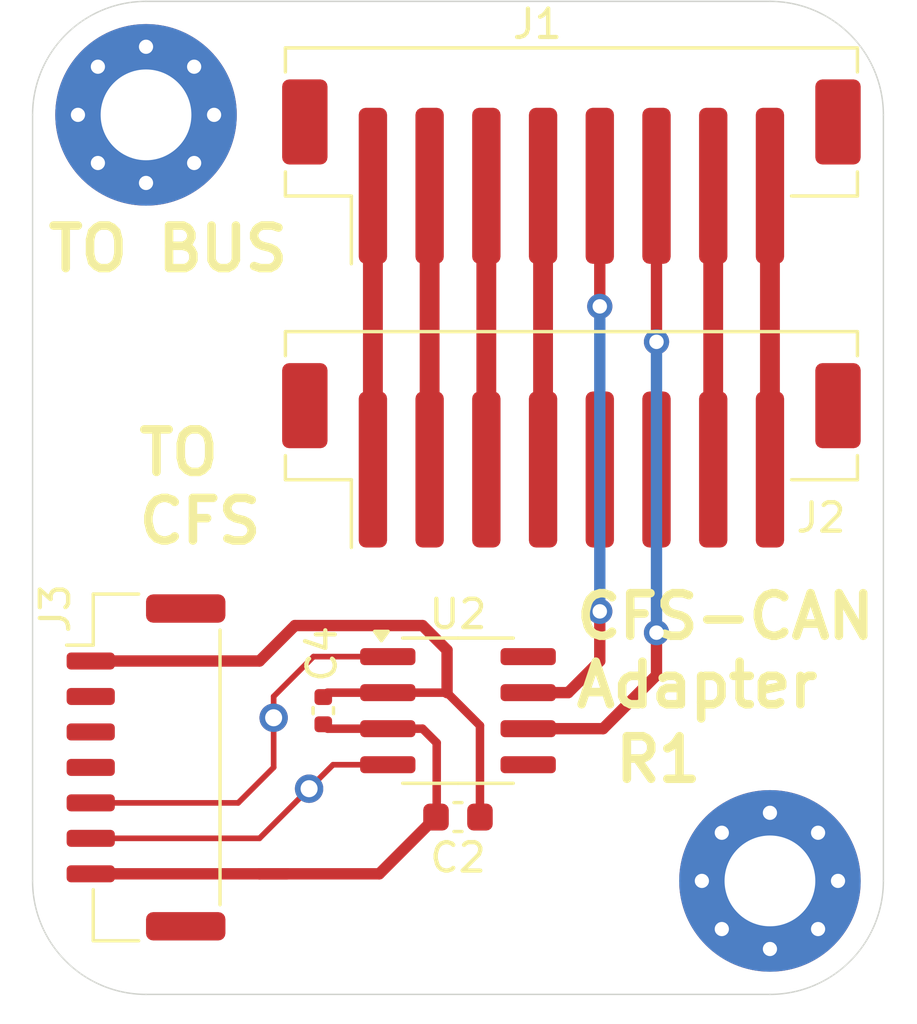
<source format=kicad_pcb>
(kicad_pcb (version 20241229) (generator "pcbnew") (generator_version "9.0")
  (layers (0 "F.Cu" signal) (2 "B.Cu" signal) (13 "F.Paste" user) (15 "B.Paste" user) (5 "F.SilkS" user "F.Silkscreen") (7 "B.SilkS" user "B.Silkscreen") (1 "F.Mask" user) (3 "B.Mask" user) (25 "Edge.Cuts" user))
  (net 0 "")
  (net 1 "/RS485-A")
  (net 2 "Net-(J1-Pin_8)")
  (net 3 "Net-(J1-Pin_2)")
  (net 4 "Net-(J1-Pin_7)")
  (net 5 "/RS485-B")
  (net 6 "Net-(J1-Pin_3)")
  (net 7 "Net-(J1-Pin_4)")
  (net 8 "Net-(J1-Pin_1)")
  (net 12 "3V3")
  (net 14 "GND")
  (net 16 "/CAN0_TX")
  (net 17 "/CAN0_RX")
  (footprint "MountingHole:MountingHole_3.2mm_M3_Pad_Via" (layer "F.Cu") (at 4 -31)
    (property "Reference" "H1" (hide yes))
    (property "Value" "MountingHole")
    (pad "1" thru_hole circle (at -2.4 0) (size 0.8 0.8) (drill 0.5) (layers "*.Cu" "*.Mask"))
    (pad "1" thru_hole circle (at -1.697056 -1.697056) (size 0.8 0.8) (drill 0.5) (layers "*.Cu" "*.Mask"))
    (pad "1" thru_hole circle (at -1.697056 1.697056) (size 0.8 0.8) (drill 0.5) (layers "*.Cu" "*.Mask"))
    (pad "1" thru_hole circle (at 0 -2.4) (size 0.8 0.8) (drill 0.5) (layers "*.Cu" "*.Mask"))
    (pad "1" thru_hole circle (at 0 0) (size 6.4 6.4) (drill 3.2) (layers "*.Cu" "*.Mask"))
    (pad "1" thru_hole circle (at 0 2.4) (size 0.8 0.8) (drill 0.5) (layers "*.Cu" "*.Mask"))
    (pad "1" thru_hole circle (at 1.697056 -1.697056) (size 0.8 0.8) (drill 0.5) (layers "*.Cu" "*.Mask"))
    (pad "1" thru_hole circle (at 1.697056 1.697056) (size 0.8 0.8) (drill 0.5) (layers "*.Cu" "*.Mask"))
    (pad "1" thru_hole circle (at 2.4 0) (size 0.8 0.8) (drill 0.5) (layers "*.Cu" "*.Mask"))
  )
  (footprint "Capacitor_SMD:C_0402_1005Metric" (layer "F.Cu") (at 10.25 -10 -90)
    (property "Reference" "C4" (at -2 0.05 90) (layer "F.SilkS"))
    (property "Value" "1u")
    (fp_line (start -0.107836 0.36) (end 0.107836 0.36) (stroke (width 0.12)) (layer "F.SilkS"))
    (fp_line (start -0.107836 -0.36) (end 0.107836 -0.36) (stroke (width 0.12)) (layer "F.SilkS"))
    (pad "1" smd roundrect (at -0.48 0 270) (size 0.56 0.62) (layers "F.Cu" "F.Mask" "F.Paste") (net 14 "GND"))
    (pad "2" smd roundrect (at 0.48 0 270) (size 0.56 0.62) (layers "F.Cu" "F.Mask" "F.Paste") (net 12 "3V3"))
  )
  (footprint "Connector_JST:JST_GH_BM07B-GHS-TBT_1x07-1MP_P1.25mm_Vertical" (layer "F.Cu") (at 4 -8 -90)
    (property "Reference" "J3" (at -5.6 3.2 90) (layer "F.SilkS"))
    (property "Value" "Conn_01x07")
    (fp_line (start -6.11 1.86) (end -4.31 1.86) (stroke (width 0.12)) (layer "F.SilkS"))
    (fp_line (start -4.31 1.86) (end -4.31 2.8) (stroke (width 0.12)) (layer "F.SilkS"))
    (fp_line (start 6.11 1.86) (end 4.31 1.86) (stroke (width 0.12)) (layer "F.SilkS"))
    (fp_line (start -6.11 0.26) (end -6.11 1.86) (stroke (width 0.12)) (layer "F.SilkS"))
    (fp_line (start 6.11 0.26) (end 6.11 1.86) (stroke (width 0.12)) (layer "F.SilkS"))
    (fp_line (start -4.84 -2.61) (end 4.84 -2.61) (stroke (width 0.12)) (layer "F.SilkS"))
    (pad "1" smd roundrect (at -3.75 1.95 270) (size 0.6 1.7) (layers "F.Cu" "F.Mask" "F.Paste") (net 14 "GND"))
    (pad "2" smd roundrect (at -2.5 1.95 270) (size 0.6 1.7) (layers "F.Cu" "F.Mask" "F.Paste"))
    (pad "3" smd roundrect (at -1.25 1.95 270) (size 0.6 1.7) (layers "F.Cu" "F.Mask" "F.Paste"))
    (pad "4" smd roundrect (at 0 1.95 270) (size 0.6 1.7) (layers "F.Cu" "F.Mask" "F.Paste"))
    (pad "5" smd roundrect (at 1.25 1.95 270) (size 0.6 1.7) (layers "F.Cu" "F.Mask" "F.Paste") (net 16 "/CAN0_TX"))
    (pad "6" smd roundrect (at 2.5 1.95 270) (size 0.6 1.7) (layers "F.Cu" "F.Mask" "F.Paste") (net 17 "/CAN0_RX"))
    (pad "7" smd roundrect (at 3.75 1.95 270) (size 0.6 1.7) (layers "F.Cu" "F.Mask" "F.Paste") (net 12 "3V3"))
    (pad "MP" smd roundrect (at -5.6 -1.4 270) (size 1 2.8) (layers "F.Cu" "F.Mask" "F.Paste"))
    (pad "MP" smd roundrect (at 5.6 -1.4 270) (size 1 2.8) (layers "F.Cu" "F.Mask" "F.Paste"))
  )
  (footprint "MountingHole:MountingHole_3.2mm_M3_Pad_Via" (layer "F.Cu") (at 26 -4)
    (property "Reference" "H2" (hide yes))
    (property "Value" "MountingHole")
    (pad "1" thru_hole circle (at -2.4 0) (size 0.8 0.8) (drill 0.5) (layers "*.Cu" "*.Mask"))
    (pad "1" thru_hole circle (at -1.697056 -1.697056) (size 0.8 0.8) (drill 0.5) (layers "*.Cu" "*.Mask"))
    (pad "1" thru_hole circle (at -1.697056 1.697056) (size 0.8 0.8) (drill 0.5) (layers "*.Cu" "*.Mask"))
    (pad "1" thru_hole circle (at 0 -2.4) (size 0.8 0.8) (drill 0.5) (layers "*.Cu" "*.Mask"))
    (pad "1" thru_hole circle (at 0 0) (size 6.4 6.4) (drill 3.2) (layers "*.Cu" "*.Mask"))
    (pad "1" thru_hole circle (at 0 2.4) (size 0.8 0.8) (drill 0.5) (layers "*.Cu" "*.Mask"))
    (pad "1" thru_hole circle (at 1.697056 -1.697056) (size 0.8 0.8) (drill 0.5) (layers "*.Cu" "*.Mask"))
    (pad "1" thru_hole circle (at 1.697056 1.697056) (size 0.8 0.8) (drill 0.5) (layers "*.Cu" "*.Mask"))
    (pad "1" thru_hole circle (at 2.4 0) (size 0.8 0.8) (drill 0.5) (layers "*.Cu" "*.Mask"))
  )
  (footprint "Capacitor_SMD:C_0603_1608Metric" (layer "F.Cu") (at 15 -6.25 180)
    (property "Reference" "C2" (at 0 -1.43 0) (layer "F.SilkS"))
    (property "Value" "2.2u")
    (fp_line (start -0.14058 0.51) (end 0.14058 0.51) (stroke (width 0.12)) (layer "F.SilkS"))
    (fp_line (start -0.14058 -0.51) (end 0.14058 -0.51) (stroke (width 0.12)) (layer "F.SilkS"))
    (pad "1" smd roundrect (at -0.775 0 180) (size 0.9 0.95) (layers "F.Cu" "F.Mask" "F.Paste") (net 14 "GND"))
    (pad "2" smd roundrect (at 0.775 0 180) (size 0.9 0.95) (layers "F.Cu" "F.Mask" "F.Paste") (net 12 "3V3"))
  )
  (footprint "Connector_JST:JST_PH_B8B-PH-SM4-TB_1x08-1MP_P2.00mm_Vertical" (layer "F.Cu") (at 19 -19)
    (property "Reference" "J2" (at 8.8 2.2 0) (layer "F.SilkS"))
    (property "Value" "Conn_01x08")
    (fp_line (start -10.085 -4.36) (end 10.085 -4.36) (stroke (width 0.12)) (layer "F.SilkS"))
    (fp_line (start -10.085 -3.51) (end -10.085 -4.36) (stroke (width 0.12)) (layer "F.SilkS"))
    (fp_line (start -10.085 0.01) (end -10.085 0.86) (stroke (width 0.12)) (layer "F.SilkS"))
    (fp_line (start -10.085 0.86) (end -7.76 0.86) (stroke (width 0.12)) (layer "F.SilkS"))
    (fp_line (start -7.76 0.86) (end -7.76 3.25) (stroke (width 0.12)) (layer "F.SilkS"))
    (fp_line (start 10.085 -4.36) (end 10.085 -3.51) (stroke (width 0.12)) (layer "F.SilkS"))
    (fp_line (start 10.085 0.01) (end 10.085 0.86) (stroke (width 0.12)) (layer "F.SilkS"))
    (fp_line (start 10.085 0.86) (end 7.76 0.86) (stroke (width 0.12)) (layer "F.SilkS"))
    (pad "1" smd roundrect (at -7 0.5) (size 1 5.5) (layers "F.Cu" "F.Mask" "F.Paste") (net 8 "Net-(J1-Pin_1)"))
    (pad "2" smd roundrect (at -5 0.5) (size 1 5.5) (layers "F.Cu" "F.Mask" "F.Paste") (net 3 "Net-(J1-Pin_2)"))
    (pad "3" smd roundrect (at -3 0.5) (size 1 5.5) (layers "F.Cu" "F.Mask" "F.Paste") (net 6 "Net-(J1-Pin_3)"))
    (pad "4" smd roundrect (at -1 0.5) (size 1 5.5) (layers "F.Cu" "F.Mask" "F.Paste") (net 7 "Net-(J1-Pin_4)"))
    (pad "5" smd roundrect (at 1 0.5) (size 1 5.5) (layers "F.Cu" "F.Mask" "F.Paste"))
    (pad "6" smd roundrect (at 3 0.5) (size 1 5.5) (layers "F.Cu" "F.Mask" "F.Paste"))
    (pad "7" smd roundrect (at 5 0.5) (size 1 5.5) (layers "F.Cu" "F.Mask" "F.Paste") (net 4 "Net-(J1-Pin_7)"))
    (pad "8" smd roundrect (at 7 0.5) (size 1 5.5) (layers "F.Cu" "F.Mask" "F.Paste") (net 2 "Net-(J1-Pin_8)"))
    (pad "MP" smd roundrect (at -9.4 -1.75) (size 1.6 3) (layers "F.Cu" "F.Mask" "F.Paste") (roundrect_rratio 0.15625))
    (pad "MP" smd roundrect (at 9.4 -1.75) (size 1.6 3) (layers "F.Cu" "F.Mask" "F.Paste") (roundrect_rratio 0.15625))
  )
  (footprint "Connector_JST:JST_PH_B8B-PH-SM4-TB_1x08-1MP_P2.00mm_Vertical" (layer "F.Cu") (at 19 -29)
    (property "Reference" "J1" (at -1.2 -5.2 0) (layer "F.SilkS"))
    (property "Value" "Conn_01x08")
    (fp_line (start -10.085 -4.36) (end 10.085 -4.36) (stroke (width 0.12)) (layer "F.SilkS"))
    (fp_line (start -10.085 -3.51) (end -10.085 -4.36) (stroke (width 0.12)) (layer "F.SilkS"))
    (fp_line (start -10.085 0.01) (end -10.085 0.86) (stroke (width 0.12)) (layer "F.SilkS"))
    (fp_line (start -10.085 0.86) (end -7.76 0.86) (stroke (width 0.12)) (layer "F.SilkS"))
    (fp_line (start -7.76 0.86) (end -7.76 3.25) (stroke (width 0.12)) (layer "F.SilkS"))
    (fp_line (start 10.085 -4.36) (end 10.085 -3.51) (stroke (width 0.12)) (layer "F.SilkS"))
    (fp_line (start 10.085 0.01) (end 10.085 0.86) (stroke (width 0.12)) (layer "F.SilkS"))
    (fp_line (start 10.085 0.86) (end 7.76 0.86) (stroke (width 0.12)) (layer "F.SilkS"))
    (pad "1" smd roundrect (at -7 0.5) (size 1 5.5) (layers "F.Cu" "F.Mask" "F.Paste") (net 8 "Net-(J1-Pin_1)"))
    (pad "2" smd roundrect (at -5 0.5) (size 1 5.5) (layers "F.Cu" "F.Mask" "F.Paste") (net 3 "Net-(J1-Pin_2)"))
    (pad "3" smd roundrect (at -3 0.5) (size 1 5.5) (layers "F.Cu" "F.Mask" "F.Paste") (net 6 "Net-(J1-Pin_3)"))
    (pad "4" smd roundrect (at -1 0.5) (size 1 5.5) (layers "F.Cu" "F.Mask" "F.Paste") (net 7 "Net-(J1-Pin_4)"))
    (pad "5" smd roundrect (at 1 0.5) (size 1 5.5) (layers "F.Cu" "F.Mask" "F.Paste") (net 1 "/RS485-A"))
    (pad "6" smd roundrect (at 3 0.5) (size 1 5.5) (layers "F.Cu" "F.Mask" "F.Paste") (net 5 "/RS485-B"))
    (pad "7" smd roundrect (at 5 0.5) (size 1 5.5) (layers "F.Cu" "F.Mask" "F.Paste") (net 4 "Net-(J1-Pin_7)"))
    (pad "8" smd roundrect (at 7 0.5) (size 1 5.5) (layers "F.Cu" "F.Mask" "F.Paste") (net 2 "Net-(J1-Pin_8)"))
    (pad "MP" smd roundrect (at -9.4 -1.75) (size 1.6 3) (layers "F.Cu" "F.Mask" "F.Paste") (roundrect_rratio 0.15625))
    (pad "MP" smd roundrect (at 9.4 -1.75) (size 1.6 3) (layers "F.Cu" "F.Mask" "F.Paste") (roundrect_rratio 0.15625))
  )
  (footprint "Package_SO:SOIC-8_3.9x4.9mm_P1.27mm" (layer "F.Cu") (at 15 -10)
    (property "Reference" "U2" (at 0 -3.4 0) (layer "F.SilkS"))
    (property "Value" "TCAN332G")
    (fp_line (start 0 -2.56) (end -1.95 -2.56) (stroke (width 0.12)) (layer "F.SilkS"))
    (fp_line (start 0 -2.56) (end 1.95 -2.56) (stroke (width 0.12)) (layer "F.SilkS"))
    (fp_line (start 0 2.56) (end -1.95 2.56) (stroke (width 0.12)) (layer "F.SilkS"))
    (fp_line (start 0 2.56) (end 1.95 2.56) (stroke (width 0.12)) (layer "F.SilkS"))
    (fp_poly (pts (xy -2.7 -2.465) (xy -2.94 -2.795) (xy -2.46 -2.795) (xy -2.7 -2.465)) (stroke (width 0.12)) (fill yes) (layer "F.SilkS"))
    (pad "1" smd roundrect (at -2.475 -1.905) (size 1.95 0.6) (layers "F.Cu" "F.Mask" "F.Paste") (net 16 "/CAN0_TX"))
    (pad "2" smd roundrect (at -2.475 -0.635) (size 1.95 0.6) (layers "F.Cu" "F.Mask" "F.Paste") (net 14 "GND"))
    (pad "3" smd roundrect (at -2.475 0.635) (size 1.95 0.6) (layers "F.Cu" "F.Mask" "F.Paste") (net 12 "3V3"))
    (pad "4" smd roundrect (at -2.475 1.905) (size 1.95 0.6) (layers "F.Cu" "F.Mask" "F.Paste") (net 17 "/CAN0_RX"))
    (pad "5" smd roundrect (at 2.475 1.905) (size 1.95 0.6) (layers "F.Cu" "F.Mask" "F.Paste"))
    (pad "6" smd roundrect (at 2.475 0.635) (size 1.95 0.6) (layers "F.Cu" "F.Mask" "F.Paste") (net 5 "/RS485-B"))
    (pad "7" smd roundrect (at 2.475 -0.635) (size 1.95 0.6) (layers "F.Cu" "F.Mask" "F.Paste") (net 1 "/RS485-A"))
    (pad "8" smd roundrect (at 2.475 -1.905) (size 1.95 0.6) (layers "F.Cu" "F.Mask" "F.Paste"))
  )
  (gr_line (start 0 -31) (end 0 -4) (stroke (width 0.05)) (layer "Edge.Cuts"))
  (gr_arc (start 26 -35) (mid 28.828427 -33.828427) (end 30 -31) (stroke (width 0.05)) (layer "Edge.Cuts"))
  (gr_arc (start 0 -31) (mid 1.171573 -33.828427) (end 4 -35) (stroke (width 0.05)) (layer "Edge.Cuts"))
  (gr_arc (start 30 -4) (mid 28.828427 -1.171573) (end 26 0) (stroke (width 0.05)) (layer "Edge.Cuts"))
  (gr_arc (start 4 0) (mid 1.171573 -1.171573) (end 0 -4) (stroke (width 0.05)) (layer "Edge.Cuts"))
  (gr_line (start 30 -4) (end 30 -31) (stroke (width 0.05)) (layer "Edge.Cuts"))
  (gr_line (start 26 -35) (end 4 -35) (stroke (width 0.05)) (layer "Edge.Cuts"))
  (gr_line (start 4 0) (end 26 0) (stroke (width 0.05)) (layer "Edge.Cuts"))
  (gr_text "TO\nCFS" (at 3.6 -15.8 0) (layer "F.SilkS") (effects (font (size 1.5 1.5) (thickness 0.3) (bold yes)) (justify left bottom)))
  (gr_text "R1" (at 20.4 -7.4 0) (layer "F.SilkS") (effects (font (size 1.5 1.5) (thickness 0.3) (bold yes)) (justify left bottom)))
  (gr_text "TO BUS" (at 0.4 -25.4 0) (layer "F.SilkS") (effects (font (size 1.5 1.5) (thickness 0.3) (bold yes)) (justify left bottom)))
  (gr_text "CFS-CAN \nAdapter" (at 19.019805 -10.027099 0) (layer "F.SilkS") (effects (font (size 1.5 1.5) (thickness 0.3) (bold yes)) (justify left bottom)))
  (segment (start 17.475 -10.635) (end 18.885 -10.635) (width 0.4) (layer "F.Cu") (net 1))
  (segment (start 18.885 -10.635) (end 20 -11.75) (width 0.4) (layer "F.Cu") (net 1))
  (segment (start 20 -28.5) (end 20 -24.25) (width 0.4) (layer "F.Cu") (net 1))
  (segment (start 20 -11.75) (end 20 -13.5) (width 0.4) (layer "F.Cu") (net 1))
  (via (at 20 -24.25) (size 0.889) (drill 0.508) (layers "F.Cu" "B.Cu") (net 1))
  (via (at 20 -13.5) (size 0.889) (drill 0.508) (layers "F.Cu" "B.Cu") (net 1))
  (segment (start 20 -13.5) (end 20 -24.25) (width 0.4) (layer "B.Cu") (net 1))
  (segment (start 26 -28.5) (end 26 -18.5) (width 0.7) (layer "F.Cu") (net 2))
  (segment (start 14 -28.5) (end 14 -18.5) (width 0.7) (layer "F.Cu") (net 3))
  (segment (start 24 -28.5) (end 24 -18.5) (width 0.7) (layer "F.Cu") (net 4))
  (segment (start 20.115 -9.365) (end 21.5 -10.75) (width 0.4) (layer "F.Cu") (net 5))
  (segment (start 22 -11.25) (end 22 -12.75) (width 0.4) (layer "F.Cu") (net 5))
  (segment (start 21.5 -10.75) (end 22 -11.25) (width 0.4) (layer "F.Cu") (net 5))
  (segment (start 22 -28.5) (end 22 -23) (width 0.4) (layer "F.Cu") (net 5))
  (segment (start 17.475 -9.365) (end 20.115 -9.365) (width 0.4) (layer "F.Cu") (net 5))
  (via (at 22 -23) (size 0.889) (drill 0.508) (layers "F.Cu" "B.Cu") (net 5))
  (via (at 22 -12.75) (size 0.889) (drill 0.508) (layers "F.Cu" "B.Cu") (net 5))
  (segment (start 22 -23) (end 22 -12.75) (width 0.4) (layer "B.Cu") (net 5))
  (segment (start 16 -28.5) (end 16 -18.5) (width 0.7) (layer "F.Cu") (net 6))
  (segment (start 18 -28.5) (end 18 -18.5) (width 0.7) (layer "F.Cu") (net 7))
  (segment (start 12 -28.5) (end 12 -18.5) (width 0.7) (layer "F.Cu") (net 8))
  (segment (start 14.225 -6.25) (end 14.25 -6.275) (width 0.3) (layer "F.Cu") (net 12))
  (segment (start 14.25 -6.275) (end 14.25 -8.865) (width 0.3) (layer "F.Cu") (net 12))
  (segment (start 8 -4.25) (end 8.975 -4.25) (width 0.4) (layer "F.Cu") (net 12))
  (segment (start 13.75 -9.365) (end 12.525 -9.365) (width 0.3) (layer "F.Cu") (net 12))
  (segment (start 8 -4.25) (end 12.225 -4.25) (width 0.4) (layer "F.Cu") (net 12))
  (segment (start 12.225 -4.25) (end 14.225 -6.25) (width 0.4) (layer "F.Cu") (net 12))
  (segment (start 12.525 -9.365) (end 10.405 -9.365) (width 0.3) (layer "F.Cu") (net 12))
  (segment (start 8 -4.25) (end 2.05 -4.25) (width 0.4) (layer "F.Cu") (net 12))
  (segment (start 10.405 -9.365) (end 10.25 -9.52) (width 0.3) (layer "F.Cu") (net 12))
  (segment (start 14.25 -8.865) (end 13.75 -9.365) (width 0.3) (layer "F.Cu") (net 12))
  (segment (start 13.75 -13) (end 9.25 -13) (width 0.4) (layer "F.Cu") (net 14))
  (segment (start 14.615 -10.635) (end 15.775 -9.475) (width 0.3) (layer "F.Cu") (net 14))
  (segment (start 8 -11.75) (end 2.05 -11.75) (width 0.4) (layer "F.Cu") (net 14))
  (segment (start 12.525 -10.635) (end 14.615 -10.635) (width 0.3) (layer "F.Cu") (net 14))
  (segment (start 12.525 -10.635) (end 10.405 -10.635) (width 0.3) (layer "F.Cu") (net 14))
  (segment (start 14.615 -10.635) (end 14.615 -12.135) (width 0.4) (layer "F.Cu") (net 14))
  (segment (start 10.405 -10.635) (end 10.25 -10.48) (width 0.3) (layer "F.Cu") (net 14))
  (segment (start 15.775 -9.475) (end 15.775 -6.25) (width 0.3) (layer "F.Cu") (net 14))
  (segment (start 9.25 -13) (end 8 -11.75) (width 0.4) (layer "F.Cu") (net 14))
  (segment (start 14.615 -12.135) (end 13.75 -13) (width 0.4) (layer "F.Cu") (net 14))
  (segment (start 7.25 -6.75) (end 8.5 -8) (width 0.2) (layer "F.Cu") (net 16))
  (segment (start 2.05 -6.75) (end 7.25 -6.75) (width 0.2) (layer "F.Cu") (net 16))
  (segment (start 8.5 -8) (end 8.5 -10.5) (width 0.2) (layer "F.Cu") (net 16))
  (segment (start 9.905 -11.905) (end 12.525 -11.905) (width 0.2) (layer "F.Cu") (net 16))
  (segment (start 8.5 -10.5) (end 9.905 -11.905) (width 0.2) (layer "F.Cu") (net 16))
  (via (at 8.5 -9.75) (size 1) (drill 0.6) (layers "F.Cu" "B.Cu") (net 16))
  (segment (start 10.595 -8.095) (end 12.525 -8.095) (width 0.2) (layer "F.Cu") (net 17))
  (segment (start 2.05 -5.5) (end 8 -5.5) (width 0.2) (layer "F.Cu") (net 17))
  (segment (start 8 -5.5) (end 10.595 -8.095) (width 0.2) (layer "F.Cu") (net 17))
  (via (at 9.75 -7.25) (size 1) (drill 0.6) (layers "F.Cu" "B.Cu") (net 17))
)
</source>
